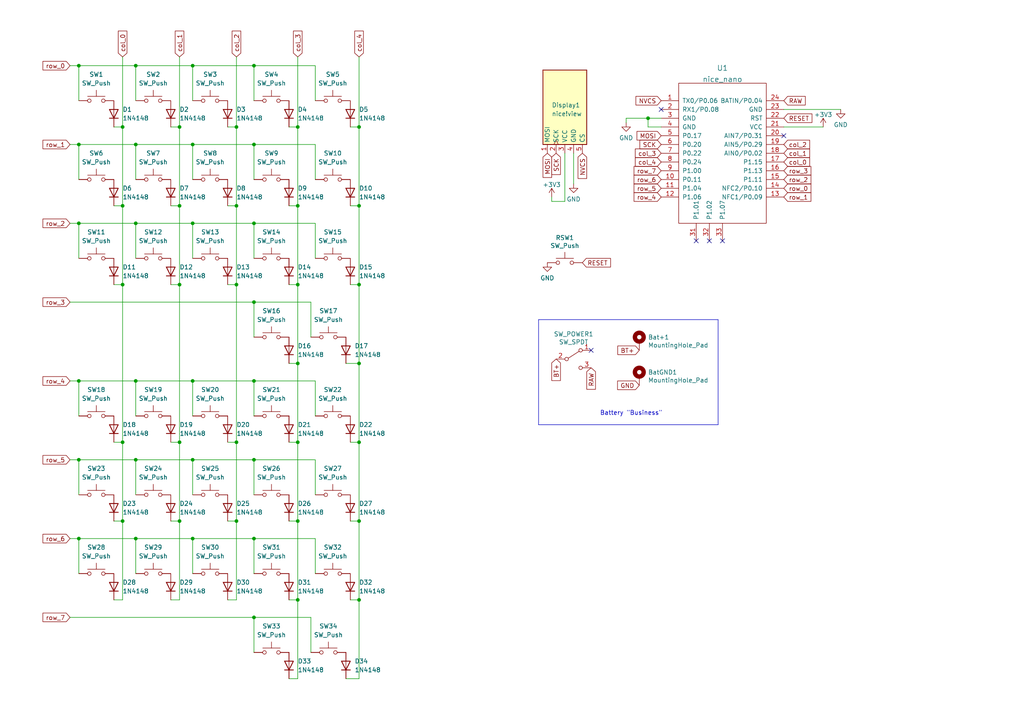
<source format=kicad_sch>
(kicad_sch (version 20230121) (generator eeschema)
  (paper "A4")
  (lib_symbols
    (symbol "Mechanical:MountingHole_Pad" (pin_numbers hide) (pin_names (offset 1.016) hide)
      (property "Reference" "H" (at 0 6.35 0))
      (property "Value" "MountingHole_Pad" (at 0 4.445 0))
      (symbol "MountingHole_Pad_0_1"
        (circle (center 0 1.27) (radius 1.27) (stroke (width 1.27)))
      )
      (symbol "MountingHole_Pad_1_1"
        (pin input line (at 0 -2.54 90) (length 2.54) (name "1") (number "1"))
      )
    )
    (symbol "Switch:SW_Push" (pin_numbers hide) (pin_names (offset 1.016) hide)
      (property "Reference" "SW" (at 1.27 2.54 0))
      (property "Value" "SW_Push" (at 0 -1.524 0))
      (symbol "SW_Push_0_1"
        (circle (center -2.032 0) (radius 0.508))
        (polyline (pts (xy 0 1.27) (xy 0 3.048)))
        (polyline (pts (xy 2.54 1.27) (xy -2.54 1.27)))
        (circle (center 2.032 0) (radius 0.508))
        (pin passive line (at -5.08 0 0) (length 2.54) (name "1") (number "1"))
        (pin passive line (at 5.08 0 180) (length 2.54) (name "2") (number "2"))
      )
    )
    (symbol "Switch:SW_SPDT" (pin_names (offset 0) hide)
      (property "Reference" "SW" (at 0 4.318 0))
      (property "Value" "SW_SPDT" (at 0 -5.08 0))
      (symbol "SW_SPDT_0_0"
        (circle (center -2.032 0) (radius 0.508))
        (circle (center 2.032 -2.54) (radius 0.508))
      )
      (symbol "SW_SPDT_0_1"
        (polyline (pts (xy -1.524 0.254) (xy 1.651 2.286)))
        (circle (center 2.032 2.54) (radius 0.508))
      )
      (symbol "SW_SPDT_1_1"
        (pin passive line (at 5.08 2.54 180) (length 2.54) (name "A") (number "1"))
        (pin passive line (at -5.08 0 0) (length 2.54) (name "B") (number "2"))
        (pin passive line (at 5.08 -2.54 180) (length 2.54) (name "C") (number "3"))
      )
    )
    (symbol "alaa:Diode_1N4148" (pin_numbers hide) (pin_names (offset 1.016) hide)
      (property "Reference" "D4" (at 2.54 1.2701 90))
      (property "Value" "Diode_1N4148" (at 2.54 -1.2699 90))
      (symbol "Diode_1N4148_0_1"
        (polyline (pts (xy -1.27 1.27) (xy -1.27 -1.27)) (stroke (width 0.254)))
        (polyline (pts (xy 1.27 0) (xy -1.27 0)))
        (polyline (pts (xy 1.27 1.27) (xy 1.27 -1.27) (xy -1.27 0) (xy 1.27 1.27)) (stroke (width 0.254)))
      )
      (symbol "Diode_1N4148_1_1"
        (pin passive line (at -3.81 0 0) (length 2.54) (name "K") (number "1"))
        (pin passive line (at 3.81 0 180) (length 2.54) (name "A") (number "2"))
      )
    )
    (symbol "nice_nano:nice_nano" (pin_names (offset 1.016))
      (property "Reference" "U" (at 0 0 0))
      (property "Value" "nice_nano" (at 0 2.54 0))
      (symbol "nice_nano_0_1"
        (rectangle (start -12.7 -21.59) (end 12.7 19.05))
      )
      (symbol "nice_nano_1_1"
        (pin input line (at -17.78 13.97 0) (length 5.08) (name "TX0/P0.06") (number "1"))
        (pin input line (at -17.78 -8.89 0) (length 5.08) (name "P0.11") (number "10"))
        (pin input line (at -17.78 -11.43 0) (length 5.08) (name "P1.04") (number "11"))
        (pin input line (at -17.78 -13.97 0) (length 5.08) (name "P1.06") (number "12"))
        (pin input line (at 17.78 -13.97 180) (length 5.08) (name "NFC1/P0.09") (number "13"))
        (pin input line (at 17.78 -11.43 180) (length 5.08) (name "NFC2/P0.10") (number "14"))
        (pin input line (at 17.78 -8.89 180) (length 5.08) (name "P1.11") (number "15"))
        (pin input line (at 17.78 -6.35 180) (length 5.08) (name "P1.13") (number "16"))
        (pin input line (at 17.78 -3.81 180) (length 5.08) (name "P1.15") (number "17"))
        (pin input line (at 17.78 -1.27 180) (length 5.08) (name "AIN0/P0.02") (number "18"))
        (pin input line (at 17.78 1.27 180) (length 5.08) (name "AIN5/P0.29") (number "19"))
        (pin input line (at -17.78 11.43 0) (length 5.08) (name "RX1/P0.08") (number "2"))
        (pin input line (at 17.78 3.81 180) (length 5.08) (name "AIN7/P0.31") (number "20"))
        (pin input line (at 17.78 6.35 180) (length 5.08) (name "VCC") (number "21"))
        (pin input line (at 17.78 8.89 180) (length 5.08) (name "RST") (number "22"))
        (pin input line (at 17.78 11.43 180) (length 5.08) (name "GND") (number "23"))
        (pin input line (at 17.78 13.97 180) (length 5.08) (name "BATIN/P0.04") (number "24"))
        (pin input line (at -17.78 8.89 0) (length 5.08) (name "GND") (number "3"))
        (pin input line (at -7.62 -26.67 90) (length 5.08) (name "P1.01") (number "31"))
        (pin input line (at -3.81 -26.67 90) (length 5.08) (name "P1.02") (number "32"))
        (pin input line (at 0 -26.67 90) (length 5.08) (name "P1.07") (number "33"))
        (pin input line (at -17.78 6.35 0) (length 5.08) (name "GND") (number "4"))
        (pin input line (at -17.78 3.81 0) (length 5.08) (name "P0.17") (number "5"))
        (pin input line (at -17.78 1.27 0) (length 5.08) (name "P0.20") (number "6"))
        (pin input line (at -17.78 -1.27 0) (length 5.08) (name "P0.22") (number "7"))
        (pin input line (at -17.78 -3.81 0) (length 5.08) (name "P0.24") (number "8"))
        (pin input line (at -17.78 -6.35 0) (length 5.08) (name "P1.00") (number "9"))
      )
    )
    (symbol "nice_view:nice!view"
      (property "Reference" "Display" (at 0 12.7 0))
      (property "Value" "nice!view" (at 0 0 0))
      (symbol "nice!view_0_1"
        (rectangle (start -6.35 11.43) (end 6.35 -10.16) (stroke (width 0.254)) (fill (type background)))
      )
      (symbol "nice!view_1_1"
        (pin input line (at -5.08 -12.7 90) (length 2.54) (name "MOSI") (number "1"))
        (pin input clock (at -2.54 -12.7 90) (length 2.54) (name "SCK") (number "2"))
        (pin power_in line (at 0 -12.7 90) (length 2.54) (name "VCC") (number "3"))
        (pin power_out line (at 2.54 -12.7 90) (length 2.54) (name "GND") (number "4"))
        (pin passive line (at 5.08 -12.7 90) (length 2.54) (name "CS") (number "5"))
      )
    )
    (symbol "power:+3.3V" (power) (pin_names (offset 0))
      (property "Value" "+3.3V" (at 0 3.556 0))
      (symbol "+3.3V_0_1"
        (polyline (pts (xy -0.762 1.27) (xy 0 2.54)))
        (polyline (pts (xy 0 0) (xy 0 2.54)))
        (polyline (pts (xy 0 2.54) (xy 0.762 1.27)))
      )
      (symbol "+3.3V_1_1"
        (pin power_in line (at 0 0 90) (length 0) hide (name "+3V3") (number "1"))
      )
    )
    (symbol "power:GND" (power) (pin_names (offset 0))
      (property "Value" "GND" (at 0 -3.81 0))
      (symbol "GND_0_1"
        (polyline (pts (xy 0 0) (xy 0 -1.27) (xy 1.27 -1.27) (xy 0 -2.54) (xy -1.27 -1.27) (xy 0 -1.27)))
      )
      (symbol "GND_1_1"
        (pin power_in line (at 0 0 270) (length 0) hide (name "GND") (number "1"))
      )
    )
  )
  (junction (at 187.96 34.29))
  (junction (at 68.58 59.69))
  (junction (at 104.14 36.83))
  (junction (at 73.66 87.63))
  (junction (at 22.86 64.77))
  (junction (at 22.86 41.91))
  (junction (at 68.58 151.13))
  (junction (at 104.14 128.27))
  (junction (at 104.14 173.99))
  (junction (at 86.36 36.83))
  (junction (at 55.88 64.77))
  (junction (at 22.86 110.49))
  (junction (at 22.86 19.05))
  (junction (at 73.66 110.49))
  (junction (at 55.88 133.35))
  (junction (at 52.07 82.55))
  (junction (at 73.66 64.77))
  (junction (at 86.36 173.99))
  (junction (at 104.14 59.69))
  (junction (at 22.86 156.21))
  (junction (at 86.36 128.27))
  (junction (at 39.37 110.49))
  (junction (at 52.07 36.83))
  (junction (at 73.66 41.91))
  (junction (at 35.56 36.83))
  (junction (at 104.14 82.55))
  (junction (at 22.86 133.35))
  (junction (at 39.37 41.91))
  (junction (at 55.88 156.21))
  (junction (at 86.36 151.13))
  (junction (at 86.36 82.55))
  (junction (at 39.37 19.05))
  (junction (at 104.14 151.13))
  (junction (at 39.37 64.77))
  (junction (at 73.66 179.07))
  (junction (at 55.88 19.05))
  (junction (at 52.07 151.13))
  (junction (at 39.37 133.35))
  (junction (at 73.66 156.21))
  (junction (at 68.58 36.83))
  (junction (at 104.14 105.41))
  (junction (at 35.56 59.69))
  (junction (at 35.56 128.27))
  (junction (at 68.58 82.55))
  (junction (at 86.36 105.41))
  (junction (at 35.56 151.13))
  (junction (at 55.88 41.91))
  (junction (at 86.36 59.69))
  (junction (at 73.66 133.35))
  (junction (at 55.88 110.49))
  (junction (at 35.56 82.55))
  (junction (at 73.66 19.05))
  (junction (at 52.07 128.27))
  (junction (at 39.37 156.21))
  (junction (at 68.58 128.27))
  (junction (at 52.07 59.69))
  (no_connect (at 201.93 69.85))
  (no_connect (at 191.77 31.75))
  (no_connect (at 227.33 39.37))
  (no_connect (at 171.45 101.6))
  (no_connect (at 209.55 69.85))
  (no_connect (at 205.74 69.85))
  (wire (pts (xy 22.86 133.35) (xy 22.86 143.51)))
  (wire (pts (xy 83.82 128.27) (xy 86.36 128.27)))
  (wire (pts (xy 55.88 41.91) (xy 55.88 52.07)))
  (wire (pts (xy 187.96 36.83) (xy 187.96 34.29)))
  (wire (pts (xy 22.86 156.21) (xy 39.37 156.21)))
  (wire (pts (xy 104.14 16.51) (xy 104.14 36.83)))
  (wire (pts (xy 101.6 173.99) (xy 104.14 173.99)))
  (wire (pts (xy 73.66 19.05) (xy 73.66 29.21)))
  (wire (pts (xy 66.04 151.13) (xy 68.58 151.13)))
  (wire (pts (xy 166.37 44.45) (xy 166.37 53.34)))
  (wire (pts (xy 22.86 133.35) (xy 39.37 133.35)))
  (wire (pts (xy 22.86 64.77) (xy 39.37 64.77)))
  (wire (pts (xy 66.04 173.99) (xy 68.58 173.99)))
  (wire (pts (xy 73.66 41.91) (xy 73.66 52.07)))
  (wire (pts (xy 55.88 110.49) (xy 55.88 120.65)))
  (wire (pts (xy 55.88 64.77) (xy 73.66 64.77)))
  (wire (pts (xy 39.37 110.49) (xy 55.88 110.49)))
  (wire (pts (xy 104.14 128.27) (xy 104.14 151.13)))
  (wire (pts (xy 55.88 156.21) (xy 55.88 166.37)))
  (wire (pts (xy 39.37 19.05) (xy 39.37 29.21)))
  (wire (pts (xy 104.14 196.85) (xy 100.33 196.85)))
  (wire (pts (xy 73.66 87.63) (xy 73.66 97.79)))
  (wire (pts (xy 39.37 41.91) (xy 55.88 41.91)))
  (wire (pts (xy 39.37 156.21) (xy 39.37 166.37)))
  (wire (pts (xy 163.83 58.42) (xy 160.02 58.42)))
  (wire (pts (xy 86.36 151.13) (xy 86.36 173.99)))
  (wire (pts (xy 104.14 151.13) (xy 104.14 173.99)))
  (wire (pts (xy 101.6 82.55) (xy 104.14 82.55)))
  (wire (pts (xy 39.37 133.35) (xy 39.37 143.51)))
  (polyline (pts (xy 208.28 123.19) (xy 156.21 123.19)))
  (wire (pts (xy 101.6 151.13) (xy 104.14 151.13)))
  (wire (pts (xy 90.17 179.07) (xy 90.17 189.23)))
  (wire (pts (xy 86.36 82.55) (xy 86.36 105.41)))
  (wire (pts (xy 35.56 128.27) (xy 35.56 151.13)))
  (wire (pts (xy 49.53 59.69) (xy 52.07 59.69)))
  (wire (pts (xy 104.14 82.55) (xy 104.14 105.41)))
  (wire (pts (xy 55.88 19.05) (xy 73.66 19.05)))
  (wire (pts (xy 33.02 151.13) (xy 35.56 151.13)))
  (wire (pts (xy 20.32 110.49) (xy 22.86 110.49)))
  (wire (pts (xy 83.82 36.83) (xy 86.36 36.83)))
  (wire (pts (xy 227.33 31.75) (xy 243.84 31.75)))
  (wire (pts (xy 104.14 173.99) (xy 104.14 196.85)))
  (wire (pts (xy 68.58 151.13) (xy 68.58 173.99)))
  (wire (pts (xy 52.07 16.51) (xy 52.07 36.83)))
  (wire (pts (xy 20.32 133.35) (xy 22.86 133.35)))
  (wire (pts (xy 20.32 156.21) (xy 22.86 156.21)))
  (wire (pts (xy 55.88 133.35) (xy 73.66 133.35)))
  (wire (pts (xy 181.61 34.29) (xy 181.61 35.56)))
  (wire (pts (xy 68.58 16.51) (xy 68.58 36.83)))
  (wire (pts (xy 20.32 41.91) (xy 22.86 41.91)))
  (wire (pts (xy 73.66 156.21) (xy 91.44 156.21)))
  (wire (pts (xy 73.66 110.49) (xy 73.66 120.65)))
  (polyline (pts (xy 156.21 92.71) (xy 208.28 92.71)))
  (wire (pts (xy 55.88 156.21) (xy 73.66 156.21)))
  (wire (pts (xy 68.58 128.27) (xy 68.58 151.13)))
  (wire (pts (xy 83.82 151.13) (xy 86.36 151.13)))
  (wire (pts (xy 39.37 133.35) (xy 55.88 133.35)))
  (wire (pts (xy 52.07 151.13) (xy 52.07 173.99)))
  (wire (pts (xy 33.02 36.83) (xy 35.56 36.83)))
  (wire (pts (xy 49.53 82.55) (xy 52.07 82.55)))
  (wire (pts (xy 100.33 105.41) (xy 104.14 105.41)))
  (wire (pts (xy 35.56 151.13) (xy 35.56 173.99)))
  (wire (pts (xy 86.36 36.83) (xy 86.36 59.69)))
  (wire (pts (xy 68.58 82.55) (xy 68.58 128.27)))
  (wire (pts (xy 86.36 105.41) (xy 86.36 128.27)))
  (wire (pts (xy 68.58 59.69) (xy 68.58 82.55)))
  (wire (pts (xy 22.86 110.49) (xy 22.86 120.65)))
  (wire (pts (xy 86.36 196.85) (xy 83.82 196.85)))
  (wire (pts (xy 33.02 173.99) (xy 35.56 173.99)))
  (wire (pts (xy 33.02 128.27) (xy 35.56 128.27)))
  (wire (pts (xy 33.02 82.55) (xy 35.56 82.55)))
  (wire (pts (xy 160.02 58.42) (xy 160.02 57.15)))
  (wire (pts (xy 83.82 82.55) (xy 86.36 82.55)))
  (wire (pts (xy 22.86 110.49) (xy 39.37 110.49)))
  (wire (pts (xy 52.07 59.69) (xy 52.07 82.55)))
  (wire (pts (xy 49.53 128.27) (xy 52.07 128.27)))
  (wire (pts (xy 191.77 36.83) (xy 187.96 36.83)))
  (wire (pts (xy 104.14 105.41) (xy 104.14 128.27)))
  (wire (pts (xy 22.86 156.21) (xy 22.86 166.37)))
  (wire (pts (xy 86.36 16.51) (xy 86.36 36.83)))
  (wire (pts (xy 73.66 156.21) (xy 73.66 166.37)))
  (wire (pts (xy 39.37 156.21) (xy 55.88 156.21)))
  (wire (pts (xy 35.56 59.69) (xy 35.56 82.55)))
  (wire (pts (xy 22.86 41.91) (xy 39.37 41.91)))
  (wire (pts (xy 73.66 179.07) (xy 73.66 189.23)))
  (wire (pts (xy 83.82 105.41) (xy 86.36 105.41)))
  (wire (pts (xy 68.58 36.83) (xy 68.58 59.69)))
  (wire (pts (xy 39.37 110.49) (xy 39.37 120.65)))
  (wire (pts (xy 20.32 87.63) (xy 73.66 87.63)))
  (wire (pts (xy 22.86 19.05) (xy 22.86 29.21)))
  (wire (pts (xy 91.44 156.21) (xy 91.44 166.37)))
  (wire (pts (xy 55.88 133.35) (xy 55.88 143.51)))
  (wire (pts (xy 20.32 64.77) (xy 22.86 64.77)))
  (wire (pts (xy 39.37 41.91) (xy 39.37 52.07)))
  (wire (pts (xy 104.14 36.83) (xy 104.14 59.69)))
  (wire (pts (xy 55.88 110.49) (xy 73.66 110.49)))
  (wire (pts (xy 91.44 19.05) (xy 91.44 29.21)))
  (wire (pts (xy 73.66 179.07) (xy 90.17 179.07)))
  (wire (pts (xy 73.66 19.05) (xy 91.44 19.05)))
  (wire (pts (xy 73.66 133.35) (xy 73.66 143.51)))
  (wire (pts (xy 49.53 173.99) (xy 52.07 173.99)))
  (wire (pts (xy 66.04 59.69) (xy 68.58 59.69)))
  (wire (pts (xy 22.86 41.91) (xy 22.86 52.07)))
  (wire (pts (xy 181.61 34.29) (xy 187.96 34.29)))
  (wire (pts (xy 35.56 82.55) (xy 35.56 128.27)))
  (wire (pts (xy 91.44 110.49) (xy 91.44 120.65)))
  (wire (pts (xy 20.32 19.05) (xy 22.86 19.05)))
  (wire (pts (xy 73.66 64.77) (xy 91.44 64.77)))
  (wire (pts (xy 101.6 59.69) (xy 104.14 59.69)))
  (wire (pts (xy 52.07 36.83) (xy 52.07 59.69)))
  (wire (pts (xy 90.17 87.63) (xy 90.17 97.79)))
  (polyline (pts (xy 208.28 92.71) (xy 208.28 123.19)))
  (wire (pts (xy 55.88 41.91) (xy 73.66 41.91)))
  (wire (pts (xy 33.02 59.69) (xy 35.56 59.69)))
  (wire (pts (xy 91.44 41.91) (xy 91.44 52.07)))
  (wire (pts (xy 91.44 133.35) (xy 91.44 143.51)))
  (wire (pts (xy 73.66 87.63) (xy 90.17 87.63)))
  (wire (pts (xy 86.36 128.27) (xy 86.36 151.13)))
  (wire (pts (xy 83.82 173.99) (xy 86.36 173.99)))
  (wire (pts (xy 39.37 64.77) (xy 39.37 74.93)))
  (wire (pts (xy 101.6 128.27) (xy 104.14 128.27)))
  (wire (pts (xy 104.14 59.69) (xy 104.14 82.55)))
  (wire (pts (xy 22.86 64.77) (xy 22.86 74.93)))
  (polyline (pts (xy 156.21 92.71) (xy 156.21 123.19)))
  (wire (pts (xy 73.66 64.77) (xy 73.66 74.93)))
  (wire (pts (xy 22.86 19.05) (xy 39.37 19.05)))
  (wire (pts (xy 163.83 44.45) (xy 163.83 58.42)))
  (wire (pts (xy 227.33 36.83) (xy 238.76 36.83)))
  (wire (pts (xy 35.56 16.51) (xy 35.56 36.83)))
  (wire (pts (xy 86.36 173.99) (xy 86.36 196.85)))
  (wire (pts (xy 39.37 19.05) (xy 55.88 19.05)))
  (wire (pts (xy 73.66 41.91) (xy 91.44 41.91)))
  (wire (pts (xy 86.36 59.69) (xy 86.36 82.55)))
  (wire (pts (xy 91.44 64.77) (xy 91.44 74.93)))
  (wire (pts (xy 49.53 36.83) (xy 52.07 36.83)))
  (wire (pts (xy 83.82 59.69) (xy 86.36 59.69)))
  (wire (pts (xy 39.37 64.77) (xy 55.88 64.77)))
  (wire (pts (xy 101.6 36.83) (xy 104.14 36.83)))
  (wire (pts (xy 52.07 128.27) (xy 52.07 151.13)))
  (wire (pts (xy 73.66 110.49) (xy 91.44 110.49)))
  (wire (pts (xy 66.04 82.55) (xy 68.58 82.55)))
  (wire (pts (xy 52.07 82.55) (xy 52.07 128.27)))
  (wire (pts (xy 49.53 151.13) (xy 52.07 151.13)))
  (wire (pts (xy 20.32 179.07) (xy 73.66 179.07)))
  (wire (pts (xy 66.04 128.27) (xy 68.58 128.27)))
  (wire (pts (xy 55.88 19.05) (xy 55.88 29.21)))
  (wire (pts (xy 35.56 36.83) (xy 35.56 59.69)))
  (wire (pts (xy 73.66 133.35) (xy 91.44 133.35)))
  (wire (pts (xy 66.04 36.83) (xy 68.58 36.83)))
  (wire (pts (xy 55.88 64.77) (xy 55.88 74.93)))
  (wire (pts (xy 191.77 34.29) (xy 187.96 34.29)))
  (text "Battery \"Business\"" (at 173.99 120.65 0) (effects (font (size 1.27 1.27)) (justify left bottom)))
  (global_label "row_4" (shape input) (at 20.32 110.49 180) (property "Intersheetrefs" "${INTERSHEET_REFS}" (effects hide)))
  (global_label "BT+" (shape input) (at 185.42 101.6 180) (property "Intersheetrefs" "${INTERSHEET_REFS}" (effects hide)))
  (global_label "col_2" (shape input) (at 68.58 16.51 90) (property "Intersheetrefs" "${INTERSHEET_REFS}" (effects hide)))
  (global_label "row_1" (shape input) (at 20.32 41.91 180) (property "Intersheetrefs" "${INTERSHEET_REFS}" (effects hide)))
  (global_label "GND" (shape input) (at 185.42 111.76 180) (property "Intersheetrefs" "${INTERSHEET_REFS}" (effects hide)))
  (global_label "row_7" (shape input) (at 191.77 49.53 180) (property "Intersheetrefs" "${INTERSHEET_REFS}" (effects hide)))
  (global_label "row_5" (shape input) (at 20.32 133.35 180) (property "Intersheetrefs" "${INTERSHEET_REFS}" (effects hide)))
  (global_label "row_1" (shape input) (at 227.33 57.15 0) (property "Intersheetrefs" "${INTERSHEET_REFS}" (effects hide)))
  (global_label "RESET" (shape input) (at 227.33 34.29 0) (property "Intersheetrefs" "${INTERSHEET_REFS}" (effects hide)))
  (global_label "col_1" (shape input) (at 52.07 16.51 90) (property "Intersheetrefs" "${INTERSHEET_REFS}" (effects hide)))
  (global_label "MOSI" (shape input) (at 191.77 39.37 180) (property "Intersheetrefs" "${INTERSHEET_REFS}" (effects hide)))
  (global_label "row_6" (shape input) (at 20.32 156.21 180) (property "Intersheetrefs" "${INTERSHEET_REFS}" (effects hide)))
  (global_label "NVCS" (shape input) (at 191.77 29.21 180) (property "Intersheetrefs" "${INTERSHEET_REFS}" (effects hide)))
  (global_label "row_3" (shape input) (at 20.32 87.63 180) (property "Intersheetrefs" "${INTERSHEET_REFS}" (effects hide)))
  (global_label "SCK" (shape input) (at 161.29 44.45 270) (property "Intersheetrefs" "${INTERSHEET_REFS}" (effects hide)))
  (global_label "RAW" (shape input) (at 171.45 106.68 270) (property "Intersheetrefs" "${INTERSHEET_REFS}" (effects hide)))
  (global_label "col_0" (shape input) (at 35.56 16.51 90) (property "Intersheetrefs" "${INTERSHEET_REFS}" (effects hide)))
  (global_label "col_4" (shape input) (at 191.77 46.99 180) (property "Intersheetrefs" "${INTERSHEET_REFS}" (effects hide)))
  (global_label "row_4" (shape input) (at 191.77 57.15 180) (property "Intersheetrefs" "${INTERSHEET_REFS}" (effects hide)))
  (global_label "row_5" (shape input) (at 191.77 54.61 180) (property "Intersheetrefs" "${INTERSHEET_REFS}" (effects hide)))
  (global_label "RAW" (shape input) (at 227.33 29.21 0) (property "Intersheetrefs" "${INTERSHEET_REFS}" (effects hide)))
  (global_label "NVCS" (shape input) (at 168.91 44.45 270) (property "Intersheetrefs" "${INTERSHEET_REFS}" (effects hide)))
  (global_label "col_3" (shape input) (at 86.36 16.51 90) (property "Intersheetrefs" "${INTERSHEET_REFS}" (effects hide)))
  (global_label "RESET" (shape input) (at 168.91 76.2 0) (property "Intersheetrefs" "${INTERSHEET_REFS}" (effects hide)))
  (global_label "col_1" (shape input) (at 227.33 44.45 0) (property "Intersheetrefs" "${INTERSHEET_REFS}" (effects hide)))
  (global_label "row_7" (shape input) (at 20.32 179.07 180) (property "Intersheetrefs" "${INTERSHEET_REFS}" (effects hide)))
  (global_label "row_2" (shape input) (at 227.33 52.07 0) (property "Intersheetrefs" "${INTERSHEET_REFS}" (effects hide)))
  (global_label "col_3" (shape input) (at 191.77 44.45 180) (property "Intersheetrefs" "${INTERSHEET_REFS}" (effects hide)))
  (global_label "row_0" (shape input) (at 20.32 19.05 180) (property "Intersheetrefs" "${INTERSHEET_REFS}" (effects hide)))
  (global_label "row_2" (shape input) (at 20.32 64.77 180) (property "Intersheetrefs" "${INTERSHEET_REFS}" (effects hide)))
  (global_label "col_2" (shape input) (at 227.33 41.91 0) (property "Intersheetrefs" "${INTERSHEET_REFS}" (effects hide)))
  (global_label "col_4" (shape input) (at 104.14 16.51 90) (property "Intersheetrefs" "${INTERSHEET_REFS}" (effects hide)))
  (global_label "col_0" (shape input) (at 227.33 46.99 0) (property "Intersheetrefs" "${INTERSHEET_REFS}" (effects hide)))
  (global_label "row_6" (shape input) (at 191.77 52.07 180) (property "Intersheetrefs" "${INTERSHEET_REFS}" (effects hide)))
  (global_label "BT+" (shape input) (at 161.29 104.14 270) (property "Intersheetrefs" "${INTERSHEET_REFS}" (effects hide)))
  (global_label "row_0" (shape input) (at 227.33 54.61 0) (property "Intersheetrefs" "${INTERSHEET_REFS}" (effects hide)))
  (global_label "SCK" (shape input) (at 191.77 41.91 180) (property "Intersheetrefs" "${INTERSHEET_REFS}" (effects hide)))
  (global_label "MOSI" (shape input) (at 158.75 44.45 270) (property "Intersheetrefs" "${INTERSHEET_REFS}" (effects hide)))
  (global_label "row_3" (shape input) (at 227.33 49.53 0) (property "Intersheetrefs" "${INTERSHEET_REFS}" (effects hide)))
  (symbol (lib_id "Switch:SW_Push") (at 95.25 189.23 0) (unit 1)
    (property "Reference" "SW34" (at 95.25 181.61 0))
    (property "Value" "SW_Push" (at 95.25 184.15 0))
    (property "Footprint" "Bubble_Lib:SW_Hotswap_Kailh_Choc_V1_Align" (effects hide))
  )
  (symbol (lib_id "Mechanical:MountingHole_Pad") (at 185.42 109.22 0) (unit 1)
    (property "Reference" "BatGND1" (at 187.96 107.9754 0) (effects (justify left)))
    (property "Value" "MountingHole_Pad" (at 187.96 110.2868 0) (effects (justify left)))
    (property "Footprint" "Bubble_Lib:1pin_Battery" (effects hide))
  )
  (symbol (lib_id "Switch:SW_Push") (at 78.74 120.65 0) (unit 1)
    (property "Reference" "SW21" (at 78.74 113.03 0))
    (property "Value" "SW_Push" (at 78.74 115.57 0))
    (property "Footprint" "Bubble_Lib:SW_Hotswap_Kailh_Choc_V1_Align" (effects hide))
  )
  (symbol (lib_id "alaa:Diode_1N4148") (at 49.53 33.02 90) (unit 1)
    (property "Reference" "D2" (at 52.07 31.7499 90) (effects (justify right)))
    (property "Value" "1N4148" (at 52.07 34.2899 90) (effects (justify right)))
    (property "Footprint" "Bubble_Lib:SMD_Diode_B2" (effects hide))
    (property "Datasheet" "https://assets.nexperia.com/documents/data-sheet/1N4148_1N4448.pdf" (effects hide))
    (property "LCSC" "C909967" (effects hide))
  )
  (symbol (lib_id "Switch:SW_Push") (at 44.45 52.07 0) (unit 1)
    (property "Reference" "SW7" (at 44.45 44.45 0))
    (property "Value" "SW_Push" (at 44.45 46.99 0))
    (property "Footprint" "Bubble_Lib:SW_Hotswap_Kailh_Choc_V1_Align" (effects hide))
  )
  (symbol (lib_id "Switch:SW_Push") (at 27.94 29.21 0) (unit 1)
    (property "Reference" "SW1" (at 27.94 21.59 0))
    (property "Value" "SW_Push" (at 27.94 24.13 0))
    (property "Footprint" "Bubble_Lib:SW_Hotswap_Kailh_Choc_V1_Align" (effects hide))
  )
  (symbol (lib_id "Switch:SW_SPDT") (at 166.37 104.14 0) (unit 1)
    (property "Reference" "SW_POWER1" (at 166.37 96.901 0))
    (property "Value" "SW_SPDT" (at 166.37 99.2124 0))
    (property "Footprint" "Bubble_Lib:smt-slider-switch" (effects hide))
  )
  (symbol (lib_id "nice_nano:nice_nano") (at 209.55 43.18 0) (unit 1)
    (property "Reference" "U1" (at 209.55 19.7261 0) (effects (font (size 1.524 1.524))))
    (property "Value" "nice_nano" (at 209.55 23.0051 0) (effects (font (size 1.524 1.524))))
    (property "Footprint" "Bubble_Lib:Nice_Nano_CB34" (effects hide))
  )
  (symbol (lib_id "Switch:SW_Push") (at 60.96 74.93 0) (unit 1)
    (property "Reference" "SW13" (at 60.96 67.31 0))
    (property "Value" "SW_Push" (at 60.96 69.85 0))
    (property "Footprint" "Bubble_Lib:SW_Hotswap_Kailh_Choc_V1_Align" (effects hide))
  )
  (symbol (lib_id "alaa:Diode_1N4148") (at 49.53 78.74 90) (unit 1)
    (property "Reference" "D12" (at 52.07 77.4699 90) (effects (justify right)))
    (property "Value" "1N4148" (at 52.07 80.0099 90) (effects (justify right)))
    (property "Footprint" "Bubble_Lib:SMD_Diode_B2" (effects hide))
    (property "Datasheet" "https://assets.nexperia.com/documents/data-sheet/1N4148_1N4448.pdf" (effects hide))
    (property "LCSC" "C909967" (effects hide))
  )
  (symbol (lib_id "alaa:Diode_1N4148") (at 100.33 193.04 90) (unit 1)
    (property "Reference" "D34" (at 102.87 191.7699 90) (effects (justify right)))
    (property "Value" "1N4148" (at 102.87 194.3099 90) (effects (justify right)))
    (property "Footprint" "Bubble_Lib:SMD_Diode_B2" (effects hide))
    (property "Datasheet" "https://assets.nexperia.com/documents/data-sheet/1N4148_1N4448.pdf" (effects hide))
    (property "LCSC" "C909967" (effects hide))
  )
  (symbol (lib_id "alaa:Diode_1N4148") (at 33.02 124.46 90) (unit 1)
    (property "Reference" "D18" (at 35.56 123.1899 90) (effects (justify right)))
    (property "Value" "1N4148" (at 35.56 125.7299 90) (effects (justify right)))
    (property "Footprint" "Bubble_Lib:SMD_Diode_B2" (effects hide))
    (property "Datasheet" "https://assets.nexperia.com/documents/data-sheet/1N4148_1N4448.pdf" (effects hide))
    (property "LCSC" "C909967" (effects hide))
  )
  (symbol (lib_id "alaa:Diode_1N4148") (at 66.04 124.46 90) (unit 1)
    (property "Reference" "D20" (at 68.58 123.1899 90) (effects (justify right)))
    (property "Value" "1N4148" (at 68.58 125.7299 90) (effects (justify right)))
    (property "Footprint" "Bubble_Lib:SMD_Diode_B2" (effects hide))
    (property "Datasheet" "https://assets.nexperia.com/documents/data-sheet/1N4148_1N4448.pdf" (effects hide))
    (property "LCSC" "C909967" (effects hide))
  )
  (symbol (lib_id "Switch:SW_Push") (at 27.94 52.07 0) (unit 1)
    (property "Reference" "SW6" (at 27.94 44.45 0))
    (property "Value" "SW_Push" (at 27.94 46.99 0))
    (property "Footprint" "Bubble_Lib:SW_Hotswap_Kailh_Choc_V1_Align" (effects hide))
  )
  (symbol (lib_id "alaa:Diode_1N4148") (at 49.53 147.32 90) (unit 1)
    (property "Reference" "D24" (at 52.07 146.0499 90) (effects (justify right)))
    (property "Value" "1N4148" (at 52.07 148.5899 90) (effects (justify right)))
    (property "Footprint" "Bubble_Lib:SMD_Diode_B2" (effects hide))
    (property "Datasheet" "https://assets.nexperia.com/documents/data-sheet/1N4148_1N4448.pdf" (effects hide))
    (property "LCSC" "C909967" (effects hide))
  )
  (symbol (lib_id "alaa:Diode_1N4148") (at 83.82 170.18 90) (unit 1)
    (property "Reference" "D31" (at 86.36 168.9099 90) (effects (justify right)))
    (property "Value" "1N4148" (at 86.36 171.4499 90) (effects (justify right)))
    (property "Footprint" "Bubble_Lib:SMD_Diode_B2" (effects hide))
    (property "Datasheet" "https://assets.nexperia.com/documents/data-sheet/1N4148_1N4448.pdf" (effects hide))
    (property "LCSC" "C909967" (effects hide))
  )
  (symbol (lib_id "alaa:Diode_1N4148") (at 33.02 33.02 90) (unit 1)
    (property "Reference" "D1" (at 35.56 31.7499 90) (effects (justify right)))
    (property "Value" "1N4148" (at 35.56 34.2899 90) (effects (justify right)))
    (property "Footprint" "Bubble_Lib:SMD_Diode_B2" (effects hide))
    (property "Datasheet" "https://assets.nexperia.com/documents/data-sheet/1N4148_1N4448.pdf" (effects hide))
    (property "LCSC" "C909967" (effects hide))
  )
  (symbol (lib_id "alaa:Diode_1N4148") (at 101.6 78.74 90) (unit 1)
    (property "Reference" "D15" (at 104.14 77.4699 90) (effects (justify right)))
    (property "Value" "1N4148" (at 104.14 80.0099 90) (effects (justify right)))
    (property "Footprint" "Bubble_Lib:SMD_Diode_B2" (effects hide))
    (property "Datasheet" "https://assets.nexperia.com/documents/data-sheet/1N4148_1N4448.pdf" (effects hide))
    (property "LCSC" "C909967" (effects hide))
  )
  (symbol (lib_id "Switch:SW_Push") (at 27.94 120.65 0) (unit 1)
    (property "Reference" "SW18" (at 27.94 113.03 0))
    (property "Value" "SW_Push" (at 27.94 115.57 0))
    (property "Footprint" "Bubble_Lib:SW_Hotswap_Kailh_Choc_V1_Align" (effects hide))
  )
  (symbol (lib_id "Switch:SW_Push") (at 60.96 166.37 0) (unit 1)
    (property "Reference" "SW30" (at 60.96 158.75 0))
    (property "Value" "SW_Push" (at 60.96 161.29 0))
    (property "Footprint" "Bubble_Lib:SW_Hotswap_Kailh_Choc_V1_Align" (effects hide))
  )
  (symbol (lib_id "Switch:SW_Push") (at 44.45 74.93 0) (unit 1)
    (property "Reference" "SW12" (at 44.45 67.31 0))
    (property "Value" "SW_Push" (at 44.45 69.85 0))
    (property "Footprint" "Bubble_Lib:SW_Hotswap_Kailh_Choc_V1_Align" (effects hide))
  )
  (symbol (lib_id "Switch:SW_Push") (at 96.52 166.37 0) (unit 1)
    (property "Reference" "SW32" (at 96.52 158.75 0))
    (property "Value" "SW_Push" (at 96.52 161.29 0))
    (property "Footprint" "Bubble_Lib:SW_Hotswap_Kailh_Choc_V1_Align" (effects hide))
  )
  (symbol (lib_id "alaa:Diode_1N4148") (at 33.02 170.18 90) (unit 1)
    (property "Reference" "D28" (at 35.56 168.9099 90) (effects (justify right)))
    (property "Value" "1N4148" (at 35.56 171.4499 90) (effects (justify right)))
    (property "Footprint" "Bubble_Lib:SMD_Diode_B2" (effects hide))
    (property "Datasheet" "https://assets.nexperia.com/documents/data-sheet/1N4148_1N4448.pdf" (effects hide))
    (property "LCSC" "C909967" (effects hide))
  )
  (symbol (lib_id "alaa:Diode_1N4148") (at 66.04 55.88 90) (unit 1)
    (property "Reference" "D8" (at 68.58 54.6099 90) (effects (justify right)))
    (property "Value" "1N4148" (at 68.58 57.1499 90) (effects (justify right)))
    (property "Footprint" "Bubble_Lib:SMD_Diode_B2" (effects hide))
    (property "Datasheet" "https://assets.nexperia.com/documents/data-sheet/1N4148_1N4448.pdf" (effects hide))
    (property "LCSC" "C909967" (effects hide))
  )
  (symbol (lib_id "alaa:Diode_1N4148") (at 83.82 124.46 90) (unit 1)
    (property "Reference" "D21" (at 86.36 123.1899 90) (effects (justify right)))
    (property "Value" "1N4148" (at 86.36 125.7299 90) (effects (justify right)))
    (property "Footprint" "Bubble_Lib:SMD_Diode_B2" (effects hide))
    (property "Datasheet" "https://assets.nexperia.com/documents/data-sheet/1N4148_1N4448.pdf" (effects hide))
    (property "LCSC" "C909967" (effects hide))
  )
  (symbol (lib_id "Switch:SW_Push") (at 27.94 74.93 0) (unit 1)
    (property "Reference" "SW11" (at 27.94 67.31 0))
    (property "Value" "SW_Push" (at 27.94 69.85 0))
    (property "Footprint" "Bubble_Lib:SW_Hotswap_Kailh_Choc_V1_Align" (effects hide))
  )
  (symbol (lib_id "Switch:SW_Push") (at 44.45 29.21 0) (unit 1)
    (property "Reference" "SW2" (at 44.45 21.59 0))
    (property "Value" "SW_Push" (at 44.45 24.13 0))
    (property "Footprint" "Bubble_Lib:SW_Hotswap_Kailh_Choc_V1_Align" (effects hide))
  )
  (symbol (lib_id "alaa:Diode_1N4148") (at 101.6 33.02 90) (unit 1)
    (property "Reference" "D5" (at 104.14 31.7499 90) (effects (justify right)))
    (property "Value" "1N4148" (at 104.14 34.2899 90) (effects (justify right)))
    (property "Footprint" "Bubble_Lib:SMD_Diode_B2" (effects hide))
    (property "Datasheet" "https://assets.nexperia.com/documents/data-sheet/1N4148_1N4448.pdf" (effects hide))
    (property "LCSC" "C909967" (effects hide))
  )
  (symbol (lib_id "alaa:Diode_1N4148") (at 83.82 193.04 90) (unit 1)
    (property "Reference" "D33" (at 86.36 191.7699 90) (effects (justify right)))
    (property "Value" "1N4148" (at 86.36 194.3099 90) (effects (justify right)))
    (property "Footprint" "Bubble_Lib:SMD_Diode_B2" (effects hide))
    (property "Datasheet" "https://assets.nexperia.com/documents/data-sheet/1N4148_1N4448.pdf" (effects hide))
    (property "LCSC" "C909967" (effects hide))
  )
  (symbol (lib_id "alaa:Diode_1N4148") (at 83.82 33.02 90) (unit 1)
    (property "Reference" "D4" (at 86.36 31.7499 90) (effects (justify right)))
    (property "Value" "1N4148" (at 86.36 34.2899 90) (effects (justify right)))
    (property "Footprint" "Bubble_Lib:SMD_Diode_B2" (effects hide))
    (property "Datasheet" "https://assets.nexperia.com/documents/data-sheet/1N4148_1N4448.pdf" (effects hide))
    (property "LCSC" "C909967" (effects hide))
  )
  (symbol (lib_id "Switch:SW_Push") (at 60.96 120.65 0) (unit 1)
    (property "Reference" "SW20" (at 60.96 113.03 0))
    (property "Value" "SW_Push" (at 60.96 115.57 0))
    (property "Footprint" "Bubble_Lib:SW_Hotswap_Kailh_Choc_V1_Align" (effects hide))
  )
  (symbol (lib_id "power:+3.3V") (at 160.02 57.15 0) (unit 1)
    (property "Reference" "#PWR02" (effects hide))
    (property "Value" "+3.3V" (at 160.02 53.5742 0))
  )
  (symbol (lib_id "alaa:Diode_1N4148") (at 83.82 55.88 90) (unit 1)
    (property "Reference" "D9" (at 86.36 54.6099 90) (effects (justify right)))
    (property "Value" "1N4148" (at 86.36 57.1499 90) (effects (justify right)))
    (property "Footprint" "Bubble_Lib:SMD_Diode_B2" (effects hide))
    (property "Datasheet" "https://assets.nexperia.com/documents/data-sheet/1N4148_1N4448.pdf" (effects hide))
    (property "LCSC" "C909967" (effects hide))
  )
  (symbol (lib_id "alaa:Diode_1N4148") (at 101.6 170.18 90) (unit 1)
    (property "Reference" "D32" (at 104.14 168.9099 90) (effects (justify right)))
    (property "Value" "1N4148" (at 104.14 171.4499 90) (effects (justify right)))
    (property "Footprint" "Bubble_Lib:SMD_Diode_B2" (effects hide))
    (property "Datasheet" "https://assets.nexperia.com/documents/data-sheet/1N4148_1N4448.pdf" (effects hide))
    (property "LCSC" "C909967" (effects hide))
  )
  (symbol (lib_id "alaa:Diode_1N4148") (at 101.6 55.88 90) (unit 1)
    (property "Reference" "D10" (at 104.14 54.6099 90) (effects (justify right)))
    (property "Value" "1N4148" (at 104.14 57.1499 90) (effects (justify right)))
    (property "Footprint" "Bubble_Lib:SMD_Diode_B2" (effects hide))
    (property "Datasheet" "https://assets.nexperia.com/documents/data-sheet/1N4148_1N4448.pdf" (effects hide))
    (property "LCSC" "C909967" (effects hide))
  )
  (symbol (lib_id "Switch:SW_Push") (at 60.96 143.51 0) (unit 1)
    (property "Reference" "SW25" (at 60.96 135.89 0))
    (property "Value" "SW_Push" (at 60.96 138.43 0))
    (property "Footprint" "Bubble_Lib:SW_Hotswap_Kailh_Choc_V1_Align" (effects hide))
  )
  (symbol (lib_id "Switch:SW_Push") (at 96.52 29.21 0) (unit 1)
    (property "Reference" "SW5" (at 96.52 21.59 0))
    (property "Value" "SW_Push" (at 96.52 24.13 0))
    (property "Footprint" "Bubble_Lib:SW_Hotswap_Kailh_Choc_V1_Align" (effects hide))
  )
  (symbol (lib_id "Mechanical:MountingHole_Pad") (at 185.42 99.06 0) (unit 1)
    (property "Reference" "Bat+1" (at 187.96 97.8154 0) (effects (justify left)))
    (property "Value" "MountingHole_Pad" (at 187.96 100.1268 0) (effects (justify left)))
    (property "Footprint" "Bubble_Lib:1pin_Battery" (effects hide))
  )
  (symbol (lib_id "Switch:SW_Push") (at 78.74 74.93 0) (unit 1)
    (property "Reference" "SW14" (at 78.74 67.31 0))
    (property "Value" "SW_Push" (at 78.74 69.85 0))
    (property "Footprint" "Bubble_Lib:SW_Hotswap_Kailh_Choc_V1_Align" (effects hide))
  )
  (symbol (lib_id "Switch:SW_Push") (at 78.74 97.79 0) (unit 1)
    (property "Reference" "SW16" (at 78.74 90.17 0))
    (property "Value" "SW_Push" (at 78.74 92.71 0))
    (property "Footprint" "Bubble_Lib:SW_Hotswap_Kailh_Choc_V1_Align" (effects hide))
  )
  (symbol (lib_id "nice_view:nice!view") (at 163.83 31.75 0) (unit 1)
    (property "Reference" "Display1" (at 160.02 30.4831 0) (effects (justify left)))
    (property "Value" "nice!view" (at 160.02 33.02 0) (effects (justify left)))
    (property "Footprint" "Bubble_Lib:nice_view" (effects hide))
    (property "Datasheet" "https://nicekeyboards.com/docs/nice-view/pinout-schematic" (effects hide))
  )
  (symbol (lib_id "Switch:SW_Push") (at 60.96 52.07 0) (unit 1)
    (property "Reference" "SW8" (at 60.96 44.45 0))
    (property "Value" "SW_Push" (at 60.96 46.99 0))
    (property "Footprint" "Bubble_Lib:SW_Hotswap_Kailh_Choc_V1_Align" (effects hide))
  )
  (symbol (lib_id "alaa:Diode_1N4148") (at 83.82 101.6 90) (unit 1)
    (property "Reference" "D16" (at 86.36 100.3299 90) (effects (justify right)))
    (property "Value" "1N4148" (at 86.36 102.8699 90) (effects (justify right)))
    (property "Footprint" "Bubble_Lib:SMD_Diode_B2" (effects hide))
    (property "Datasheet" "https://assets.nexperia.com/documents/data-sheet/1N4148_1N4448.pdf" (effects hide))
    (property "LCSC" "C909967" (effects hide))
  )
  (symbol (lib_id "Switch:SW_Push") (at 60.96 29.21 0) (unit 1)
    (property "Reference" "SW3" (at 60.96 21.59 0))
    (property "Value" "SW_Push" (at 60.96 24.13 0))
    (property "Footprint" "Bubble_Lib:SW_Hotswap_Kailh_Choc_V1_Align" (effects hide))
  )
  (symbol (lib_id "Switch:SW_Push") (at 78.74 166.37 0) (unit 1)
    (property "Reference" "SW31" (at 78.74 158.75 0))
    (property "Value" "SW_Push" (at 78.74 161.29 0))
    (property "Footprint" "Bubble_Lib:SW_Hotswap_Kailh_Choc_V1_Align" (effects hide))
  )
  (symbol (lib_id "Switch:SW_Push") (at 78.74 29.21 0) (unit 1)
    (property "Reference" "SW4" (at 78.74 21.59 0))
    (property "Value" "SW_Push" (at 78.74 24.13 0))
    (property "Footprint" "Bubble_Lib:SW_Hotswap_Kailh_Choc_V1_Align" (effects hide))
  )
  (symbol (lib_id "Switch:SW_Push") (at 95.25 97.79 0) (unit 1)
    (property "Reference" "SW17" (at 95.25 90.17 0))
    (property "Value" "SW_Push" (at 95.25 92.71 0))
    (property "Footprint" "Bubble_Lib:SW_Hotswap_Kailh_Choc_V1_Align" (effects hide))
  )
  (symbol (lib_id "Switch:SW_Push") (at 78.74 52.07 0) (unit 1)
    (property "Reference" "SW9" (at 78.74 44.45 0))
    (property "Value" "SW_Push" (at 78.74 46.99 0))
    (property "Footprint" "Bubble_Lib:SW_Hotswap_Kailh_Choc_V1_Align" (effects hide))
  )
  (symbol (lib_id "power:GND") (at 166.37 53.34 0) (unit 1)
    (property "Reference" "#PWR01" (effects hide))
    (property "Value" "GND" (at 166.37 57.7834 0))
  )
  (symbol (lib_id "Switch:SW_Push") (at 44.45 143.51 0) (unit 1)
    (property "Reference" "SW24" (at 44.45 135.89 0))
    (property "Value" "SW_Push" (at 44.45 138.43 0))
    (property "Footprint" "Bubble_Lib:SW_Hotswap_Kailh_Choc_V1_Align" (effects hide))
  )
  (symbol (lib_id "Switch:SW_Push") (at 44.45 166.37 0) (unit 1)
    (property "Reference" "SW29" (at 44.45 158.75 0))
    (property "Value" "SW_Push" (at 44.45 161.29 0))
    (property "Footprint" "Bubble_Lib:SW_Hotswap_Kailh_Choc_V1_Align" (effects hide))
  )
  (symbol (lib_id "Switch:SW_Push") (at 27.94 143.51 0) (unit 1)
    (property "Reference" "SW23" (at 27.94 135.89 0))
    (property "Value" "SW_Push" (at 27.94 138.43 0))
    (property "Footprint" "Bubble_Lib:SW_Hotswap_Kailh_Choc_V1_Align" (effects hide))
  )
  (symbol (lib_id "alaa:Diode_1N4148") (at 83.82 147.32 90) (unit 1)
    (property "Reference" "D26" (at 86.36 146.0499 90) (effects (justify right)))
    (property "Value" "1N4148" (at 86.36 148.5899 90) (effects (justify right)))
    (property "Footprint" "Bubble_Lib:SMD_Diode_B2" (effects hide))
    (property "Datasheet" "https://assets.nexperia.com/documents/data-sheet/1N4148_1N4448.pdf" (effects hide))
    (property "LCSC" "C909967" (effects hide))
  )
  (symbol (lib_id "power:GND") (at 181.61 35.56 0) (unit 1)
    (property "Reference" "#PWR04" (effects hide))
    (property "Value" "GND" (at 181.61 40.0034 0))
  )
  (symbol (lib_id "alaa:Diode_1N4148") (at 101.6 124.46 90) (unit 1)
    (property "Reference" "D22" (at 104.14 123.1899 90) (effects (justify right)))
    (property "Value" "1N4148" (at 104.14 125.7299 90) (effects (justify right)))
    (property "Footprint" "Bubble_Lib:SMD_Diode_B2" (effects hide))
    (property "Datasheet" "https://assets.nexperia.com/documents/data-sheet/1N4148_1N4448.pdf" (effects hide))
    (property "LCSC" "C909967" (effects hide))
  )
  (symbol (lib_id "alaa:Diode_1N4148") (at 100.33 101.6 90) (unit 1)
    (property "Reference" "D17" (at 102.87 100.3299 90) (effects (justify right)))
    (property "Value" "1N4148" (at 102.87 102.8699 90) (effects (justify right)))
    (property "Footprint" "Bubble_Lib:SMD_Diode_B2" (effects hide))
    (property "Datasheet" "https://assets.nexperia.com/documents/data-sheet/1N4148_1N4448.pdf" (effects hide))
    (property "LCSC" "C909967" (effects hide))
  )
  (symbol (lib_id "alaa:Diode_1N4148") (at 49.53 124.46 90) (unit 1)
    (property "Reference" "D19" (at 52.07 123.1899 90) (effects (justify right)))
    (property "Value" "1N4148" (at 52.07 125.7299 90) (effects (justify right)))
    (property "Footprint" "Bubble_Lib:SMD_Diode_B2" (effects hide))
    (property "Datasheet" "https://assets.nexperia.com/documents/data-sheet/1N4148_1N4448.pdf" (effects hide))
    (property "LCSC" "C909967" (effects hide))
  )
  (symbol (lib_id "alaa:Diode_1N4148") (at 33.02 78.74 90) (unit 1)
    (property "Reference" "D11" (at 35.56 77.4699 90) (effects (justify right)))
    (property "Value" "1N4148" (at 35.56 80.0099 90) (effects (justify right)))
    (property "Footprint" "Bubble_Lib:SMD_Diode_B2" (effects hide))
    (property "Datasheet" "https://assets.nexperia.com/documents/data-sheet/1N4148_1N4448.pdf" (effects hide))
    (property "LCSC" "C909967" (effects hide))
  )
  (symbol (lib_id "alaa:Diode_1N4148") (at 66.04 78.74 90) (unit 1)
    (property "Reference" "D13" (at 68.58 77.4699 90) (effects (justify right)))
    (property "Value" "1N4148" (at 68.58 80.0099 90) (effects (justify right)))
    (property "Footprint" "Bubble_Lib:SMD_Diode_B2" (effects hide))
    (property "Datasheet" "https://assets.nexperia.com/documents/data-sheet/1N4148_1N4448.pdf" (effects hide))
    (property "LCSC" "C909967" (effects hide))
  )
  (symbol (lib_id "alaa:Diode_1N4148") (at 49.53 170.18 90) (unit 1)
    (property "Reference" "D29" (at 52.07 168.9099 90) (effects (justify right)))
    (property "Value" "1N4148" (at 52.07 171.4499 90) (effects (justify right)))
    (property "Footprint" "Bubble_Lib:SMD_Diode_B2" (effects hide))
    (property "Datasheet" "https://assets.nexperia.com/documents/data-sheet/1N4148_1N4448.pdf" (effects hide))
    (property "LCSC" "C909967" (effects hide))
  )
  (symbol (lib_id "alaa:Diode_1N4148") (at 66.04 147.32 90) (unit 1)
    (property "Reference" "D25" (at 68.58 146.0499 90) (effects (justify right)))
    (property "Value" "1N4148" (at 68.58 148.5899 90) (effects (justify right)))
    (property "Footprint" "Bubble_Lib:SMD_Diode_B2" (effects hide))
    (property "Datasheet" "https://assets.nexperia.com/documents/data-sheet/1N4148_1N4448.pdf" (effects hide))
    (property "LCSC" "C909967" (effects hide))
  )
  (symbol (lib_id "Switch:SW_Push") (at 27.94 166.37 0) (unit 1)
    (property "Reference" "SW28" (at 27.94 158.75 0))
    (property "Value" "SW_Push" (at 27.94 161.29 0))
    (property "Footprint" "Bubble_Lib:SW_Hotswap_Kailh_Choc_V1_Align" (effects hide))
  )
  (symbol (lib_id "Switch:SW_Push") (at 78.74 189.23 0) (unit 1)
    (property "Reference" "SW33" (at 78.74 181.61 0))
    (property "Value" "SW_Push" (at 78.74 184.15 0))
    (property "Footprint" "Bubble_Lib:SW_Hotswap_Kailh_Choc_V1_Align" (effects hide))
  )
  (symbol (lib_id "alaa:Diode_1N4148") (at 66.04 170.18 90) (unit 1)
    (property "Reference" "D30" (at 68.58 168.9099 90) (effects (justify right)))
    (property "Value" "1N4148" (at 68.58 171.4499 90) (effects (justify right)))
    (property "Footprint" "Bubble_Lib:SMD_Diode_B2" (effects hide))
    (property "Datasheet" "https://assets.nexperia.com/documents/data-sheet/1N4148_1N4448.pdf" (effects hide))
    (property "LCSC" "C909967" (effects hide))
  )
  (symbol (lib_id "Switch:SW_Push") (at 78.74 143.51 0) (unit 1)
    (property "Reference" "SW26" (at 78.74 135.89 0))
    (property "Value" "SW_Push" (at 78.74 138.43 0))
    (property "Footprint" "Bubble_Lib:SW_Hotswap_Kailh_Choc_V1_Align" (effects hide))
  )
  (symbol (lib_id "Switch:SW_Push") (at 163.83 76.2 0) (unit 1)
    (property "Reference" "RSW1" (at 163.83 68.961 0))
    (property "Value" "SW_Push" (at 163.83 71.2724 0))
    (property "Footprint" "Bubble_Lib:SW_RESET" (effects hide))
  )
  (symbol (lib_id "Switch:SW_Push") (at 96.52 120.65 0) (unit 1)
    (property "Reference" "SW22" (at 96.52 113.03 0))
    (property "Value" "SW_Push" (at 96.52 115.57 0))
    (property "Footprint" "Bubble_Lib:SW_Hotswap_Kailh_Choc_V1_Align" (effects hide))
  )
  (symbol (lib_id "Switch:SW_Push") (at 96.52 74.93 0) (unit 1)
    (property "Reference" "SW15" (at 96.52 67.31 0))
    (property "Value" "SW_Push" (at 96.52 69.85 0))
    (property "Footprint" "Bubble_Lib:SW_Hotswap_Kailh_Choc_V1_Align" (effects hide))
  )
  (symbol (lib_id "alaa:Diode_1N4148") (at 49.53 55.88 90) (unit 1)
    (property "Reference" "D7" (at 52.07 54.6099 90) (effects (justify right)))
    (property "Value" "1N4148" (at 52.07 57.1499 90) (effects (justify right)))
    (property "Footprint" "Bubble_Lib:SMD_Diode_B2" (effects hide))
    (property "Datasheet" "https://assets.nexperia.com/documents/data-sheet/1N4148_1N4448.pdf" (effects hide))
    (property "LCSC" "C909967" (effects hide))
  )
  (symbol (lib_id "alaa:Diode_1N4148") (at 66.04 33.02 90) (unit 1)
    (property "Reference" "D3" (at 68.58 31.7499 90) (effects (justify right)))
    (property "Value" "1N4148" (at 68.58 34.2899 90) (effects (justify right)))
    (property "Footprint" "Bubble_Lib:SMD_Diode_B2" (effects hide))
    (property "Datasheet" "https://assets.nexperia.com/documents/data-sheet/1N4148_1N4448.pdf" (effects hide))
    (property "LCSC" "C909967" (effects hide))
  )
  (symbol (lib_id "Switch:SW_Push") (at 44.45 120.65 0) (unit 1)
    (property "Reference" "SW19" (at 44.45 113.03 0))
    (property "Value" "SW_Push" (at 44.45 115.57 0))
    (property "Footprint" "Bubble_Lib:SW_Hotswap_Kailh_Choc_V1_Align" (effects hide))
  )
  (symbol (lib_id "power:GND") (at 158.75 76.2 0) (unit 1)
    (property "Reference" "#PWR06" (effects hide))
    (property "Value" "GND" (at 158.75 80.6434 0))
  )
  (symbol (lib_id "alaa:Diode_1N4148") (at 33.02 147.32 90) (unit 1)
    (property "Reference" "D23" (at 35.56 146.0499 90) (effects (justify right)))
    (property "Value" "1N4148" (at 35.56 148.5899 90) (effects (justify right)))
    (property "Footprint" "Bubble_Lib:SMD_Diode_B2" (effects hide))
    (property "Datasheet" "https://assets.nexperia.com/documents/data-sheet/1N4148_1N4448.pdf" (effects hide))
    (property "LCSC" "C909967" (effects hide))
  )
  (symbol (lib_id "alaa:Diode_1N4148") (at 101.6 147.32 90) (unit 1)
    (property "Reference" "D27" (at 104.14 146.0499 90) (effects (justify right)))
    (property "Value" "1N4148" (at 104.14 148.5899 90) (effects (justify right)))
    (property "Footprint" "Bubble_Lib:SMD_Diode_B2" (effects hide))
    (property "Datasheet" "https://assets.nexperia.com/documents/data-sheet/1N4148_1N4448.pdf" (effects hide))
    (property "LCSC" "C909967" (effects hide))
  )
  (symbol (lib_id "Switch:SW_Push") (at 96.52 143.51 0) (unit 1)
    (property "Reference" "SW27" (at 96.52 135.89 0))
    (property "Value" "SW_Push" (at 96.52 138.43 0))
    (property "Footprint" "Bubble_Lib:SW_Hotswap_Kailh_Choc_V1_Align" (effects hide))
  )
  (symbol (lib_id "alaa:Diode_1N4148") (at 33.02 55.88 90) (unit 1)
    (property "Reference" "D6" (at 35.56 54.6099 90) (effects (justify right)))
    (property "Value" "1N4148" (at 35.56 57.1499 90) (effects (justify right)))
    (property "Footprint" "Bubble_Lib:SMD_Diode_B2" (effects hide))
    (property "Datasheet" "https://assets.nexperia.com/documents/data-sheet/1N4148_1N4448.pdf" (effects hide))
    (property "LCSC" "C909967" (effects hide))
  )
  (symbol (lib_id "alaa:Diode_1N4148") (at 83.82 78.74 90) (unit 1)
    (property "Reference" "D14" (at 86.36 77.4699 90) (effects (justify right)))
    (property "Value" "1N4148" (at 86.36 80.0099 90) (effects (justify right)))
    (property "Footprint" "Bubble_Lib:SMD_Diode_B2" (effects hide))
    (property "Datasheet" "https://assets.nexperia.com/documents/data-sheet/1N4148_1N4448.pdf" (effects hide))
    (property "LCSC" "C909967" (effects hide))
  )
  (symbol (lib_id "power:+3.3V") (at 238.76 36.83 0) (unit 1)
    (property "Reference" "#PWR05" (effects hide))
    (property "Value" "+3.3V" (at 238.76 33.2542 0))
  )
  (symbol (lib_id "Switch:SW_Push") (at 96.52 52.07 0) (unit 1)
    (property "Reference" "SW10" (at 96.52 44.45 0))
    (property "Value" "SW_Push" (at 96.52 46.99 0))
    (property "Footprint" "Bubble_Lib:SW_Hotswap_Kailh_Choc_V1_Align" (effects hide))
  )
  (symbol (lib_id "power:GND") (at 243.84 31.75 0) (unit 1)
    (property "Reference" "#PWR03" (effects hide))
    (property "Value" "GND" (at 243.84 36.1934 0))
  )
)
</source>
